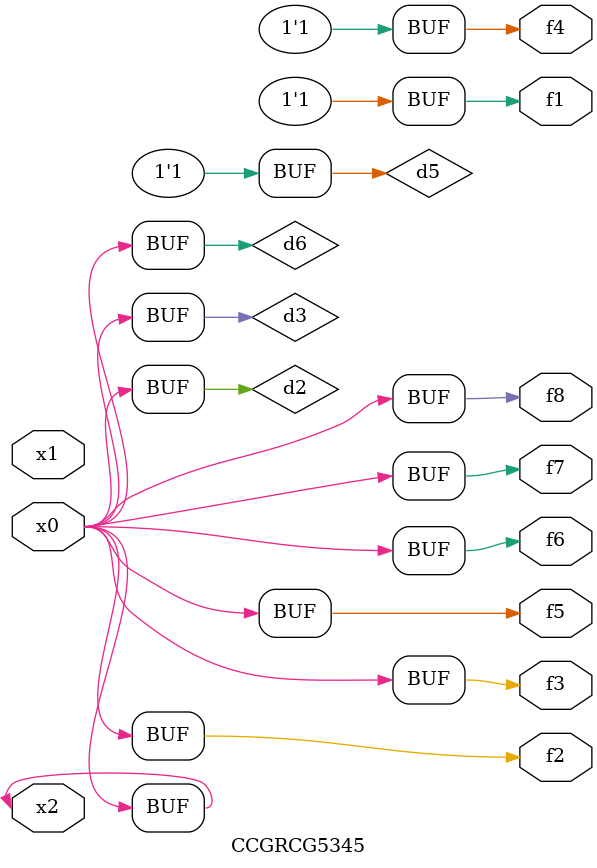
<source format=v>
module CCGRCG5345(
	input x0, x1, x2,
	output f1, f2, f3, f4, f5, f6, f7, f8
);

	wire d1, d2, d3, d4, d5, d6;

	xnor (d1, x2);
	buf (d2, x0, x2);
	and (d3, x0);
	xnor (d4, x1, x2);
	nand (d5, d1, d3);
	buf (d6, d2, d3);
	assign f1 = d5;
	assign f2 = d6;
	assign f3 = d6;
	assign f4 = d5;
	assign f5 = d6;
	assign f6 = d6;
	assign f7 = d6;
	assign f8 = d6;
endmodule

</source>
